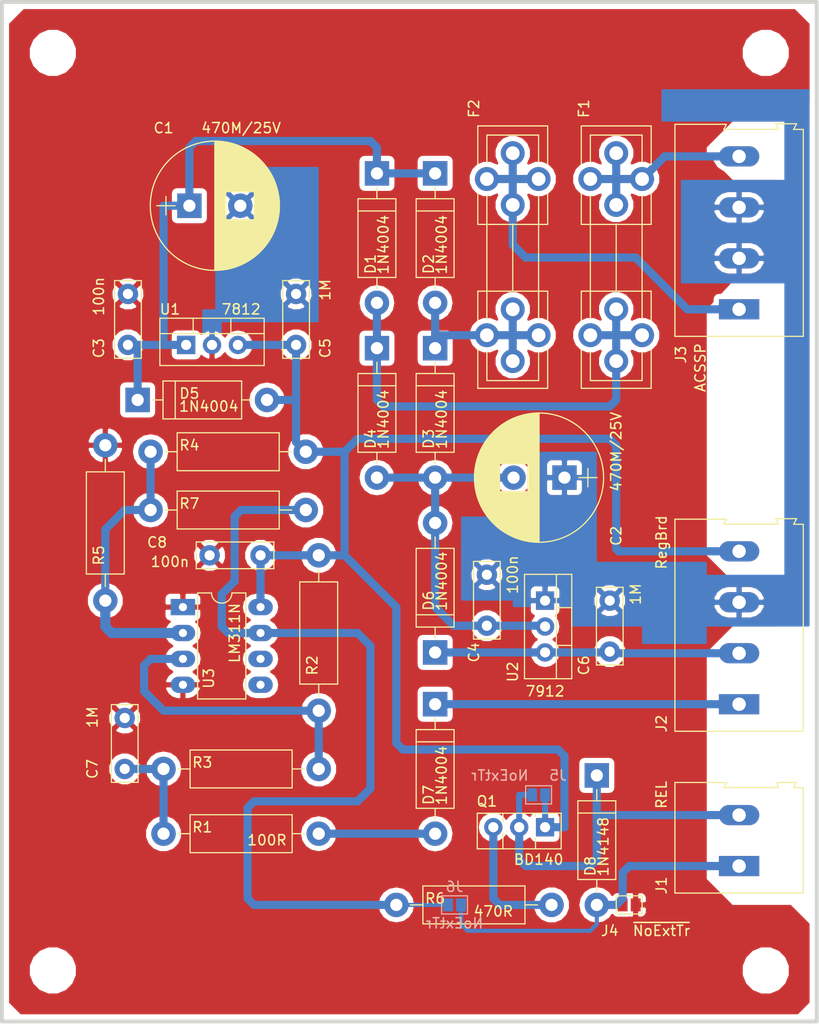
<source format=kicad_pcb>
(kicad_pcb (version 4) (host pcbnew 4.0.6)
  (title_block (title Předregulace/ALT) (date 2021-04-29) (rev r01) (company "NYBB RCC/!EXT!"))
  (layers (0 F.Cu signal) (31 B.Cu signal) (34 B.Paste user hide) (35 F.Paste user hide) (36 B.SilkS user) (37 F.SilkS user) (38 B.Mask user hide) (39 F.Mask user hide) (44 Edge.Cuts user))
  (net 0 "")
  (net 1 "Net-(C1-Pad1)")
  (net 2 ACS0)
  (net 3 S+12V)
  (net 4 S-12V)
  (net 5 "Net-(C7-Pad1)")
  (net 6 "Net-(D1-Pad2)")
  (net 7 "Net-(D2-Pad2)")
  (net 8 SENSE_V-)
  (net 9 "Net-(D7-Pad2)")
  (net 10 REL1)
  (net 11 REL2)
  (net 12 ACS1)
  (net 13 ACS2)
  (net 14 RELSW)
  (net 15 "Net-(Q1-Pad3)")
  (net 16 "Net-(R2-Pad2)")
  (net 17 "Net-(R4-Pad2)")
  (net 18 "Net-(C2-Pad2)")
  (module Capacitors_THT:CP_Radial_D12.5mm_P5.00mm (layer F.Cu) (at 83.82 103.505)
    (fp_text reference C1 (at -2.54 -7.62) (layer F.SilkS))
    (fp_text value 470M/25V (at 5.08 -7.62) (layer F.SilkS))
    (pad 1 thru_hole rect (at 0 0) (size 2.4 2.4) (drill 1.2) (layers *.Cu *.Mask) (net 1 "Net-(C1-Pad1)"))
    (pad 2 thru_hole circle (at 5 0) (size 2.4 2.4) (drill 1.2) (layers *.Cu *.Mask) (net 2 ACS0))
  )
  (module Capacitors_THT:CP_Radial_D12.5mm_P5.00mm (layer F.Cu) (at 120.65 130.175 180)
    (fp_text reference C2 (at -5.08 -5.715 270) (layer F.SilkS))
    (fp_text value 470M/25V (at -5.08 2.54 270) (layer F.SilkS))
    (pad 1 thru_hole rect (at 0 0 180) (size 2.4 2.4) (drill 1.2) (layers *.Cu *.Mask) (net 2 ACS0))
    (pad 2 thru_hole circle (at 5 0 180) (size 2.4 2.4) (drill 1.2) (layers *.Cu *.Mask) (net 18 "Net-(C2-Pad2)"))
  )
  (module Capacitors_THT:C_Disc_D7.5mm_W2.5mm_P5.00mm (layer F.Cu) (at 77.7875 117.1575 90)
    (fp_text reference C3 (at -0.3175 -2.8575 90) (layer F.SilkS))
    (fp_text value 100n (at 4.7625 -2.8575 90) (layer F.SilkS))
    (pad 1 thru_hole circle (at 0 0 90) (size 2 2) (drill 1) (layers *.Cu *.Mask) (net 1 "Net-(C1-Pad1)"))
    (pad 2 thru_hole circle (at 5 0 90) (size 2 2) (drill 1) (layers *.Cu *.Mask) (net 2 ACS0))
  )
  (module Capacitors_THT:C_Disc_D7.5mm_W2.5mm_P5.00mm (layer F.Cu) (at 113.03 139.7 270)
    (fp_text reference C4 (at 7.62 1.27 270) (layer F.SilkS))
    (fp_text value 100n (at 0 -2.54 270) (layer F.SilkS))
    (pad 1 thru_hole circle (at 0 0 270) (size 2 2) (drill 1) (layers *.Cu *.Mask) (net 2 ACS0))
    (pad 2 thru_hole circle (at 5 0 270) (size 2 2) (drill 1) (layers *.Cu *.Mask) (net 18 "Net-(C2-Pad2)"))
  )
  (module Capacitors_THT:C_Disc_D7.5mm_W2.5mm_P5.00mm (layer F.Cu) (at 94.2975 117.1575 90)
    (fp_text reference C5 (at -0.3175 2.8575 90) (layer F.SilkS))
    (fp_text value 1M (at 5.3975 2.8575 90) (layer F.SilkS))
    (pad 1 thru_hole circle (at 0 0 90) (size 2 2) (drill 1) (layers *.Cu *.Mask) (net 3 S+12V))
    (pad 2 thru_hole circle (at 5 0 90) (size 2 2) (drill 1) (layers *.Cu *.Mask) (net 2 ACS0))
  )
  (module Capacitors_THT:C_Disc_D7.5mm_W2.5mm_P5.00mm (layer F.Cu) (at 125.095 142.24 270)
    (fp_text reference C6 (at 6.35 2.54 270) (layer F.SilkS))
    (fp_text value 1M (at -0.635 -2.54 270) (layer F.SilkS))
    (pad 1 thru_hole circle (at 0 0 270) (size 2 2) (drill 1) (layers *.Cu *.Mask) (net 2 ACS0))
    (pad 2 thru_hole circle (at 5 0 270) (size 2 2) (drill 1) (layers *.Cu *.Mask) (net 4 S-12V))
  )
  (module Capacitors_THT:C_Disc_D7.5mm_W2.5mm_P5.00mm (layer F.Cu) (at 77.47 158.75 90)
    (fp_text reference C7 (at 0 -3.175 90) (layer F.SilkS))
    (fp_text value 1M (at 5.08 -3.175 90) (layer F.SilkS))
    (pad 1 thru_hole circle (at 0 0 90) (size 2 2) (drill 1) (layers *.Cu *.Mask) (net 5 "Net-(C7-Pad1)"))
    (pad 2 thru_hole circle (at 5 0 90) (size 2 2) (drill 1) (layers *.Cu *.Mask) (net 2 ACS0))
  )
  (module Capacitors_THT:C_Disc_D7.5mm_W2.5mm_P5.00mm (layer F.Cu) (at 90.805 137.795 180)
    (fp_text reference C8 (at 10.16 1.27 180) (layer F.SilkS))
    (fp_text value 100n (at 8.89 -0.635 180) (layer F.SilkS))
    (pad 1 thru_hole circle (at 0 0 180) (size 2 2) (drill 1) (layers *.Cu *.Mask) (net 3 S+12V))
    (pad 2 thru_hole circle (at 5 0 180) (size 2 2) (drill 1) (layers *.Cu *.Mask) (net 2 ACS0))
  )
  (module Diodes_THT:D_DO-15_P12.70mm_Horizontal (layer F.Cu) (at 102.235 100.33 270)
    (fp_text reference D1 (at 8.89 0.635 270) (layer F.SilkS))
    (fp_text value 1N4004 (at 6.985 -0.635 270) (layer F.SilkS))
    (pad 1 thru_hole rect (at 0 0 270) (size 2.4 2.4) (drill 1.2) (layers *.Cu *.Mask) (net 1 "Net-(C1-Pad1)"))
    (pad 2 thru_hole oval (at 12.7 0 270) (size 2.4 2.4) (drill 1.2) (layers *.Cu *.Mask) (net 6 "Net-(D1-Pad2)"))
  )
  (module Diodes_THT:D_DO-15_P12.70mm_Horizontal (layer F.Cu) (at 107.95 100.33 270)
    (fp_text reference D2 (at 8.89 0.635 270) (layer F.SilkS))
    (fp_text value 1N4004 (at 6.985 -0.635 270) (layer F.SilkS))
    (pad 1 thru_hole rect (at 0 0 270) (size 2.4 2.4) (drill 1.2) (layers *.Cu *.Mask) (net 1 "Net-(C1-Pad1)"))
    (pad 2 thru_hole oval (at 12.7 0 270) (size 2.4 2.4) (drill 1.2) (layers *.Cu *.Mask) (net 7 "Net-(D2-Pad2)"))
  )
  (module Diodes_THT:D_DO-15_P12.70mm_Horizontal (layer F.Cu) (at 107.95 117.475 270)
    (fp_text reference D3 (at 8.89 0.635 270) (layer F.SilkS))
    (fp_text value 1N4004 (at 6.985 -0.635 270) (layer F.SilkS))
    (pad 1 thru_hole rect (at 0 0 270) (size 2.4 2.4) (drill 1.2) (layers *.Cu *.Mask) (net 7 "Net-(D2-Pad2)"))
    (pad 2 thru_hole oval (at 12.7 0 270) (size 2.4 2.4) (drill 1.2) (layers *.Cu *.Mask) (net 18 "Net-(C2-Pad2)"))
  )
  (module Diodes_THT:D_DO-15_P12.70mm_Horizontal (layer F.Cu) (at 102.235 117.475 270)
    (fp_text reference D4 (at 8.89 0.635 270) (layer F.SilkS))
    (fp_text value 1N4004 (at 6.985 -0.635 270) (layer F.SilkS))
    (pad 1 thru_hole rect (at 0 0 270) (size 2.4 2.4) (drill 1.2) (layers *.Cu *.Mask) (net 6 "Net-(D1-Pad2)"))
    (pad 2 thru_hole oval (at 12.7 0 270) (size 2.4 2.4) (drill 1.2) (layers *.Cu *.Mask) (net 18 "Net-(C2-Pad2)"))
  )
  (module Diodes_THT:D_DO-15_P12.70mm_Horizontal (layer F.Cu) (at 78.74 122.555)
    (fp_text reference D5 (at 5.08 -0.635) (layer F.SilkS))
    (fp_text value 1N4004 (at 6.985 0.635) (layer F.SilkS))
    (pad 1 thru_hole rect (at 0 0) (size 2.4 2.4) (drill 1.2) (layers *.Cu *.Mask) (net 1 "Net-(C1-Pad1)"))
    (pad 2 thru_hole oval (at 12.7 0) (size 2.4 2.4) (drill 1.2) (layers *.Cu *.Mask) (net 3 S+12V))
  )
  (module Diodes_THT:D_DO-15_P12.70mm_Horizontal (layer F.Cu) (at 107.95 147.32 90)
    (fp_text reference D6 (at 5.08 -0.635 90) (layer F.SilkS))
    (fp_text value 1N4004 (at 6.985 0.635 90) (layer F.SilkS))
    (pad 1 thru_hole rect (at 0 0 90) (size 2.4 2.4) (drill 1.2) (layers *.Cu *.Mask) (net 4 S-12V))
    (pad 2 thru_hole oval (at 12.7 0 90) (size 2.4 2.4) (drill 1.2) (layers *.Cu *.Mask) (net 18 "Net-(C2-Pad2)"))
  )
  (module Diodes_THT:D_DO-15_P12.70mm_Horizontal (layer F.Cu) (at 107.95 152.4 270)
    (fp_text reference D7 (at 8.89 0.635 270) (layer F.SilkS))
    (fp_text value 1N4004 (at 6.985 -0.635 270) (layer F.SilkS))
    (pad 1 thru_hole rect (at 0 0 270) (size 2.4 2.4) (drill 1.2) (layers *.Cu *.Mask) (net 8 SENSE_V-))
    (pad 2 thru_hole oval (at 12.7 0 270) (size 2.4 2.4) (drill 1.2) (layers *.Cu *.Mask) (net 9 "Net-(D7-Pad2)"))
  )
  (module Diodes_THT:D_DO-15_P12.70mm_Horizontal (layer F.Cu) (at 123.825 159.385 270)
    (fp_text reference D8 (at 8.89 0.635 270) (layer F.SilkS))
    (fp_text value 1N4148 (at 6.985 -0.635 270) (layer F.SilkS))
    (pad 1 thru_hole rect (at 0 0 270) (size 2.4 2.4) (drill 1.2) (layers *.Cu *.Mask) (net 10 REL1))
    (pad 2 thru_hole oval (at 12.7 0 270) (size 2.4 2.4) (drill 1.2) (layers *.Cu *.Mask) (net 11 REL2))
  )
  (module Fuse_Holders_and_Fuses:Fuseholder5x20_horiz_open_universal_Type-III (layer F.Cu) (at 125.73 118.745 90)
    (fp_text reference F1 (at 24.765 -3.175 90) (layer F.SilkS))
    (fp_text value Fuse hide)
    (pad 2 thru_hole circle (at 15.32 0 90) (size 2.35 2.35) (drill 1.35) (layers *.Cu *.Mask) (net 12 ACS1))
    (pad 2 thru_hole circle (at 20.4 0 90) (size 2.35 2.35) (drill 1.35) (layers *.Cu *.Mask) (net 12 ACS1))
    (pad 1 thru_hole circle (at 5.08 0 90) (size 2.35 2.35) (drill 1.35) (layers *.Cu *.Mask) (net 6 "Net-(D1-Pad2)"))
    (pad 1 thru_hole circle (at 0 0 90) (size 2.35 2.35) (drill 1.35) (layers *.Cu *.Mask) (net 6 "Net-(D1-Pad2)"))
    (pad 2 thru_hole circle (at 17.86 -2.54 90) (size 2.35 2.35) (drill 1.35) (layers *.Cu *.Mask) (net 12 ACS1))
    (pad 2 thru_hole circle (at 17.86 2.54 90) (size 2.35 2.35) (drill 1.35) (layers *.Cu *.Mask) (net 12 ACS1))
    (pad 1 thru_hole circle (at 2.54 -2.54 90) (size 2.35 2.35) (drill 1.35) (layers *.Cu *.Mask) (net 6 "Net-(D1-Pad2)"))
    (pad 1 thru_hole circle (at 2.54 2.54 90) (size 2.35 2.35) (drill 1.35) (layers *.Cu *.Mask) (net 6 "Net-(D1-Pad2)"))
  )
  (module Fuse_Holders_and_Fuses:Fuseholder5x20_horiz_open_universal_Type-III (layer F.Cu) (at 115.57 118.745 90)
    (fp_text reference F2 (at 24.765 -3.81 90) (layer F.SilkS))
    (fp_text value Fuse hide)
    (pad 2 thru_hole circle (at 15.32 0 90) (size 2.35 2.35) (drill 1.35) (layers *.Cu *.Mask) (net 13 ACS2))
    (pad 2 thru_hole circle (at 20.4 0 90) (size 2.35 2.35) (drill 1.35) (layers *.Cu *.Mask) (net 13 ACS2))
    (pad 1 thru_hole circle (at 5.08 0 90) (size 2.35 2.35) (drill 1.35) (layers *.Cu *.Mask) (net 7 "Net-(D2-Pad2)"))
    (pad 1 thru_hole circle (at 0 0 90) (size 2.35 2.35) (drill 1.35) (layers *.Cu *.Mask) (net 7 "Net-(D2-Pad2)"))
    (pad 2 thru_hole circle (at 17.86 -2.54 90) (size 2.35 2.35) (drill 1.35) (layers *.Cu *.Mask) (net 13 ACS2))
    (pad 2 thru_hole circle (at 17.86 2.54 90) (size 2.35 2.35) (drill 1.35) (layers *.Cu *.Mask) (net 13 ACS2))
    (pad 1 thru_hole circle (at 2.54 -2.54 90) (size 2.35 2.35) (drill 1.35) (layers *.Cu *.Mask) (net 7 "Net-(D2-Pad2)"))
    (pad 1 thru_hole circle (at 2.54 2.54 90) (size 2.35 2.35) (drill 1.35) (layers *.Cu *.Mask) (net 7 "Net-(D2-Pad2)"))
  )
  (module Connectors:AK300-2 (layer F.Cu) (at 137.795 168.275 90)
    (fp_text reference J1 (at -1.905 -7.62 90) (layer F.SilkS))
    (fp_text value REL (at 6.985 -7.62 90) (layer F.SilkS))
    (pad 1 thru_hole rect (at 0 0 90) (size 1.98 3.96) (drill 1.32) (layers *.Cu F.Paste F.Mask) (net 11 REL2))
    (pad 2 thru_hole oval (at 5 0 90) (size 1.98 3.96) (drill 1.32) (layers *.Cu F.Paste F.Mask) (net 10 REL1))
  )
  (module Connectors:AK300-4 (layer F.Cu) (at 137.795 152.4 90)
    (fp_text reference J2 (at -1.905 -7.62 90) (layer F.SilkS))
    (fp_text value RegBrd (at 15.875 -7.62 90) (layer F.SilkS))
    (pad 1 thru_hole rect (at 0 0 90) (size 1.98 3.96) (drill 1.32) (layers *.Cu F.Paste F.Mask) (net 8 SENSE_V-))
    (pad 2 thru_hole oval (at 5 0 90) (size 1.98 3.96) (drill 1.32) (layers *.Cu F.Paste F.Mask) (net 4 S-12V))
    (pad 4 thru_hole oval (at 15 0 90) (size 1.98 3.96) (drill 1.32) (layers *.Cu F.Paste F.Mask) (net 3 S+12V))
    (pad 3 thru_hole oval (at 10 0 90) (size 1.98 3.96) (drill 1.32) (layers *.Cu *.Mask) (net 2 ACS0))
  )
  (module Connectors:AK300-4 (layer F.Cu) (at 137.795 113.665 90)
    (fp_text reference J3 (at -4.445 -5.715 90) (layer F.SilkS))
    (fp_text value ACSSP (at -5.715 -3.81 90) (layer F.SilkS))
    (pad 1 thru_hole rect (at 0 0 90) (size 1.98 3.96) (drill 1.32) (layers *.Cu F.Paste F.Mask) (net 13 ACS2))
    (pad 2 thru_hole oval (at 5 0 90) (size 1.98 3.96) (drill 1.32) (layers *.Cu F.Paste F.Mask) (net 2 ACS0))
    (pad 4 thru_hole oval (at 15 0 90) (size 1.98 3.96) (drill 1.32) (layers *.Cu F.Paste F.Mask) (net 12 ACS1))
    (pad 3 thru_hole oval (at 10 0 90) (size 1.98 3.96) (drill 1.32) (layers *.Cu *.Mask) (net 2 ACS0))
  )
  (module Connectors:GS2 (layer B.Cu) (at 118.11 161.29 90)
    (fp_text reference J5 (at 1.905 1.905 360) (layer B.SilkS) (effects (justify mirror)))
    (fp_text value NoExtTr (at 1.905 -3.81 180) (layer B.SilkS) (effects (justify mirror)))
    (pad 1 smd rect (at 0 0.64 90) (size 1.27 0.97) (layers B.Cu B.Paste B.Mask) (net 3 S+12V))
    (pad 2 smd rect (at 0 -0.64 90) (size 1.27 0.97) (layers B.Cu B.Paste B.Mask) (net 10 REL1))
  )
  (module TO_SOT_Packages_THT:TO-126_Vertical (layer F.Cu) (at 118.745 164.465 180)
    (fp_text reference Q1 (at 5.715 2.54 180) (layer F.SilkS))
    (fp_text value BD140 (at 0.635 -3.175 180) (layer F.SilkS))
    (pad 1 thru_hole rect (at 0 0 180) (size 1.8 1.8) (drill 1) (layers *.Cu *.Mask) (net 3 S+12V))
    (pad 2 thru_hole oval (at 2.54 0 180) (size 1.8 1.8) (drill 1) (layers *.Cu *.Mask) (net 10 REL1))
    (pad 3 thru_hole oval (at 5.08 0 180) (size 1.8 1.8) (drill 1) (layers *.Cu *.Mask) (net 15 "Net-(Q1-Pad3)"))
  )
  (module Resistors_THT:R_Axial_DIN0411_L9.9mm_D3.6mm_P15.24mm_Horizontal (layer F.Cu) (at 81.28 165.1)
    (fp_text reference R1 (at 3.81 -0.635) (layer F.SilkS))
    (fp_text value 100R (at 10.16 0.635) (layer F.SilkS))
    (pad 1 thru_hole circle (at 0 0) (size 2.4 2.4) (drill 1.2) (layers *.Cu *.Mask) (net 5 "Net-(C7-Pad1)"))
    (pad 2 thru_hole oval (at 15.24 0) (size 2.4 2.4) (drill 1.2) (layers *.Cu *.Mask) (net 9 "Net-(D7-Pad2)"))
  )
  (module Resistors_THT:R_Axial_DIN0411_L9.9mm_D3.6mm_P15.24mm_Horizontal (layer F.Cu) (at 96.52 137.795 270)
    (fp_text reference R2 (at 10.795 0.635 270) (layer F.SilkS))
    (fp_text value R hide)
    (pad 1 thru_hole circle (at 0 0 270) (size 2.4 2.4) (drill 1.2) (layers *.Cu *.Mask) (net 3 S+12V))
    (pad 2 thru_hole oval (at 15.24 0 270) (size 2.4 2.4) (drill 1.2) (layers *.Cu *.Mask) (net 16 "Net-(R2-Pad2)"))
  )
  (module Resistors_THT:R_Axial_DIN0411_L9.9mm_D3.6mm_P15.24mm_Horizontal (layer F.Cu) (at 96.52 158.75 180)
    (fp_text reference R3 (at 11.43 0.635 180) (layer F.SilkS))
    (fp_text value R hide)
    (pad 1 thru_hole circle (at 0 0 180) (size 2.4 2.4) (drill 1.2) (layers *.Cu *.Mask) (net 16 "Net-(R2-Pad2)"))
    (pad 2 thru_hole oval (at 15.24 0 180) (size 2.4 2.4) (drill 1.2) (layers *.Cu *.Mask) (net 5 "Net-(C7-Pad1)"))
  )
  (module Resistors_THT:R_Axial_DIN0411_L9.9mm_D3.6mm_P15.24mm_Horizontal (layer F.Cu) (at 95.25 127.635 180)
    (fp_text reference R4 (at 11.43 0.635 180) (layer F.SilkS))
    (fp_text value R hide)
    (pad 1 thru_hole circle (at 0 0 180) (size 2.4 2.4) (drill 1.2) (layers *.Cu *.Mask) (net 3 S+12V))
    (pad 2 thru_hole oval (at 15.24 0 180) (size 2.4 2.4) (drill 1.2) (layers *.Cu *.Mask) (net 17 "Net-(R4-Pad2)"))
  )
  (module Resistors_THT:R_Axial_DIN0411_L9.9mm_D3.6mm_P15.24mm_Horizontal (layer F.Cu) (at 75.565 142.24 90)
    (fp_text reference R5 (at 4.445 -0.635 90) (layer F.SilkS))
    (fp_text value R hide)
    (pad 1 thru_hole circle (at 0 0 90) (size 2.4 2.4) (drill 1.2) (layers *.Cu *.Mask) (net 17 "Net-(R4-Pad2)"))
    (pad 2 thru_hole oval (at 15.24 0 90) (size 2.4 2.4) (drill 1.2) (layers *.Cu *.Mask) (net 2 ACS0))
  )
  (module Resistors_THT:R_Axial_DIN0411_L9.9mm_D3.6mm_P15.24mm_Horizontal (layer F.Cu) (at 119.38 172.085 180)
    (fp_text reference R6 (at 11.43 0.635 180) (layer F.SilkS))
    (fp_text value 470R (at 5.715 -0.635 180) (layer F.SilkS))
    (pad 1 thru_hole circle (at 0 0 180) (size 2.4 2.4) (drill 1.2) (layers *.Cu *.Mask) (net 15 "Net-(Q1-Pad3)"))
    (pad 2 thru_hole oval (at 15.24 0 180) (size 2.4 2.4) (drill 1.2) (layers *.Cu *.Mask) (net 14 RELSW))
  )
  (module Resistors_THT:R_Axial_DIN0411_L9.9mm_D3.6mm_P15.24mm_Horizontal (layer F.Cu) (at 95.25 133.35 180)
    (fp_text reference R7 (at 11.43 0.635 180) (layer F.SilkS))
    (fp_text value R hide)
    (pad 1 thru_hole circle (at 0 0 180) (size 2.4 2.4) (drill 1.2) (layers *.Cu *.Mask) (net 14 RELSW))
    (pad 2 thru_hole oval (at 15.24 0 180) (size 2.4 2.4) (drill 1.2) (layers *.Cu *.Mask) (net 17 "Net-(R4-Pad2)"))
  )
  (module TO_SOT_Packages_THT:TO-220_Vertical (layer F.Cu) (at 83.5025 117.1575)
    (fp_text reference U1 (at -1.5875 -3.4925) (layer F.SilkS))
    (fp_text value 7812 (at 5.3975 -3.4925) (layer F.SilkS))
    (pad 1 thru_hole rect (at 0 0) (size 1.8 1.8) (drill 1) (layers *.Cu *.Mask) (net 1 "Net-(C1-Pad1)"))
    (pad 2 thru_hole oval (at 2.54 0) (size 1.8 1.8) (drill 1) (layers *.Cu *.Mask) (net 2 ACS0))
    (pad 3 thru_hole oval (at 5.08 0) (size 1.8 1.8) (drill 1) (layers *.Cu *.Mask) (net 3 S+12V))
  )
  (module TO_SOT_Packages_THT:TO-220_Vertical (layer F.Cu) (at 118.745 142.24 270)
    (fp_text reference U2 (at 6.985 3.175 270) (layer F.SilkS))
    (fp_text value 7912 (at 8.89 0 360) (layer F.SilkS))
    (pad 1 thru_hole rect (at 0 0 270) (size 1.8 1.8) (drill 1) (layers *.Cu *.Mask) (net 2 ACS0))
    (pad 2 thru_hole oval (at 2.54 0 270) (size 1.8 1.8) (drill 1) (layers *.Cu *.Mask) (net 18 "Net-(C2-Pad2)"))
    (pad 3 thru_hole oval (at 5.08 0 270) (size 1.8 1.8) (drill 1) (layers *.Cu *.Mask) (net 4 S-12V))
  )
  (module Housings_DIP:DIP-8_W7.62mm_LongPads (layer F.Cu) (at 83.185 142.875)
    (fp_text reference U3 (at 2.54 6.985 90) (layer F.SilkS))
    (fp_text value LM311N (at 5.08 2.54 90) (layer F.SilkS))
    (pad 1 thru_hole rect (at 0 0) (size 2.4 1.6) (drill 0.8) (layers *.Cu *.Mask) (net 2 ACS0))
    (pad 5 thru_hole oval (at 7.62 7.62) (size 2.4 1.6) (drill 0.8) (layers *.Cu *.Mask))
    (pad 2 thru_hole oval (at 0 2.54) (size 2.4 1.6) (drill 0.8) (layers *.Cu *.Mask) (net 17 "Net-(R4-Pad2)"))
    (pad 6 thru_hole oval (at 7.62 5.08) (size 2.4 1.6) (drill 0.8) (layers *.Cu *.Mask))
    (pad 3 thru_hole oval (at 0 5.08) (size 2.4 1.6) (drill 0.8) (layers *.Cu *.Mask) (net 16 "Net-(R2-Pad2)"))
    (pad 7 thru_hole oval (at 7.62 2.54) (size 2.4 1.6) (drill 0.8) (layers *.Cu *.Mask) (net 14 RELSW))
    (pad 4 thru_hole oval (at 0 7.62) (size 2.4 1.6) (drill 0.8) (layers *.Cu *.Mask) (net 2 ACS0))
    (pad 8 thru_hole oval (at 7.62 0) (size 2.4 1.6) (drill 0.8) (layers *.Cu *.Mask) (net 3 S+12V))
  )
  (module Connectors:GS2 (layer F.Cu) (at 127 172.085 90)
    (fp_text reference J4 (at -2.54 -1.905 180) (layer F.SilkS))
    (fp_text value ~NoExtTr (at -2.54 3.175 180) (layer F.SilkS))
    (pad 1 smd rect (at 0 -0.64 90) (size 1.27 0.97) (layers F.Cu F.Paste F.Mask) (net 11 REL2))
    (pad 2 smd rect (at 0 0.64 90) (size 1.27 0.97) (layers F.Cu F.Paste F.Mask) (net 2 ACS0))
  )
  (module Connectors:GS2 (layer B.Cu) (at 109.855 172.085 90)
    (fp_text reference J6 (at 1.78 0 360) (layer B.SilkS) (effects (justify mirror)))
    (fp_text value NoExtTr (at -1.8 0 180) (layer B.SilkS) (effects (justify mirror)))
    (pad 1 smd rect (at 0 0.64 90) (size 1.27 0.97) (layers B.Cu B.Paste B.Mask) (net 11 REL2))
    (pad 2 smd rect (at 0 -0.64 90) (size 1.27 0.97) (layers B.Cu B.Paste B.Mask) (net 14 RELSW))
  )
  (module EuroBoard_Outline:EuroBoard_halb_Type-I_100mmX80mm_holes (layer F.Cu) (at 145.415 183.515 90)
    (fp_text reference BRD1)
    (fp_text value "EuroBoard 100×80")
    (fp_line (start 0 0) (end 0 -79.99984) (layer Edge.Cuts) (width 0.381))
    (fp_line (start 0 -79.99984) (end 99.9998 -79.99984) (layer Edge.Cuts) (width 0.381))
    (fp_line (start 99.9998 -79.99984) (end 99.9998 0) (layer Edge.Cuts) (width 0.381))
    (fp_line (start 99.9998 0) (end 0 0) (layer Edge.Cuts) (width 0.381))
    (pad "" np_thru_hole circle (at 5.00126 -5.00126 90) (size 3.50012 3.50012) (drill 3.50012) (layers *.Cu *.Mask))
    (pad "" np_thru_hole circle (at 5.00126 -75.00112 90) (size 3.50012 3.50012) (drill 3.50012) (layers *.Cu *.Mask))
    (pad "" np_thru_hole circle (at 95.00108 -75.00112 90) (size 3.50012 3.50012) (drill 3.50012) (layers *.Cu *.Mask))
    (pad "" np_thru_hole circle (at 95.00108 -5.00126 90) (size 3.50012 3.50012) (drill 3.50012) (layers *.Cu *.Mask))
  )
  (segment (start 102.235 100.33) (end 102.235 97.79) (width 0.8) (layer B.Cu) (net 1))
  (segment (start 83.82 97.79) (end 83.82 103.505) (width 0.8) (layer B.Cu) (net 1))
  (segment (start 84.455 97.155) (end 83.82 97.79) (width 0.8) (layer B.Cu) (net 1))
  (segment (start 101.6 97.155) (end 84.455 97.155) (width 0.8) (layer B.Cu) (net 1))
  (segment (start 102.235 97.79) (end 101.6 97.155) (width 0.8) (layer B.Cu) (net 1))
  (segment (start 83.82 103.505) (end 81.28 103.505) (width 0.8) (layer B.Cu) (net 1))
  (segment (start 81.28 106.045) (end 81.28 117.1575) (width 0.8) (layer B.Cu) (net 1))
  (segment (start 81.28 103.505) (end 81.28 106.045) (width 0.8) (layer B.Cu) (net 1))
  (segment (start 107.95 100.33) (end 102.235 100.33) (width 0.8) (layer B.Cu) (net 1))
  (segment (start 83.82 103.505) (end 83.185 103.505) (width 0.8) (layer B.Cu) (net 1))
  (segment (start 78.74 122.555) (end 78.74 117.1575) (width 0.8) (layer B.Cu) (net 1))
  (segment (start 78.74 117.1575) (end 78.74 117.475) (width 0.8) (layer B.Cu) (net 1))
  (segment (start 78.74 117.475) (end 78.74 117.1575) (width 0.8) (layer B.Cu) (net 1))
  (segment (start 83.5025 117.1575) (end 81.28 117.1575) (width 0.8) (layer B.Cu) (net 1))
  (segment (start 81.28 117.1575) (end 78.74 117.1575) (width 0.8) (layer B.Cu) (net 1))
  (segment (start 78.74 117.1575) (end 77.7875 117.1575) (width 0.8) (layer B.Cu) (net 1))
  (segment (start 125.73 128.27) (end 125.73 127) (width 0.8) (layer B.Cu) (net 3))
  (segment (start 100.33 126.365) (end 99.06 127.635) (width 0.8) (layer B.Cu) (net 3))
  (segment (start 125.095 126.365) (end 100.33 126.365) (width 0.8) (layer B.Cu) (net 3))
  (segment (start 125.73 127) (end 125.095 126.365) (width 0.8) (layer B.Cu) (net 3))
  (segment (start 104.14 156.21) (end 104.775 156.845) (width 0.8) (layer B.Cu) (net 3))
  (segment (start 120.65 157.48) (end 120.65 160.02) (width 0.8) (layer B.Cu) (net 3))
  (segment (start 120.015 156.845) (end 120.65 157.48) (width 0.8) (layer B.Cu) (net 3))
  (segment (start 104.775 156.845) (end 120.015 156.845) (width 0.8) (layer B.Cu) (net 3))
  (segment (start 104.14 144.145) (end 104.14 142.875) (width 0.8) (layer B.Cu) (net 3))
  (segment (start 104.14 142.875) (end 99.06 137.795) (width 0.8) (layer B.Cu) (net 3))
  (segment (start 104.14 149.225) (end 104.14 144.145) (width 0.8) (layer B.Cu) (net 3))
  (segment (start 118.745 164.465) (end 120.65 164.465) (width 0.8) (layer B.Cu) (net 3))
  (segment (start 120.65 164.465) (end 120.65 160.02) (width 0.8) (layer B.Cu) (net 3))
  (segment (start 104.14 156.21) (end 104.14 153.035) (width 0.8) (layer B.Cu) (net 3))
  (segment (start 104.14 153.035) (end 104.14 149.225) (width 0.8) (layer B.Cu) (net 3))
  (segment (start 125.73 128.27) (end 125.73 128.905) (width 0.8) (layer B.Cu) (net 3))
  (segment (start 137.795 137.4) (end 125.97 137.4) (width 0.8) (layer B.Cu) (net 3))
  (segment (start 125.73 137.16) (end 125.73 128.905) (width 0.8) (layer B.Cu) (net 3))
  (segment (start 125.97 137.4) (end 125.73 137.16) (width 0.8) (layer B.Cu) (net 3))
  (segment (start 88.5825 117.1575) (end 94.2975 117.1575) (width 0.8) (layer B.Cu) (net 3))
  (segment (start 91.44 122.555) (end 94.2975 122.555) (width 0.8) (layer B.Cu) (net 3))
  (segment (start 94.2975 122.555) (end 93.98 122.555) (width 0.8) (layer B.Cu) (net 3))
  (segment (start 93.98 122.555) (end 94.2975 122.555) (width 0.8) (layer B.Cu) (net 3))
  (segment (start 94.2975 117.1575) (end 94.2975 121.92) (width 0.8) (layer B.Cu) (net 3))
  (segment (start 94.2975 121.92) (end 94.2975 122.555) (width 0.8) (layer B.Cu) (net 3))
  (segment (start 94.2975 122.555) (end 94.2975 126.6825) (width 0.8) (layer B.Cu) (net 3))
  (segment (start 94.2975 126.6825) (end 95.25 127.635) (width 0.8) (layer B.Cu) (net 3))
  (segment (start 99.06 128.905) (end 99.06 127.635) (width 0.8) (layer B.Cu) (net 3))
  (segment (start 99.06 127.635) (end 98.425 127.635) (width 0.8) (layer B.Cu) (net 3))
  (segment (start 98.425 137.795) (end 99.06 137.795) (width 0.8) (layer B.Cu) (net 3))
  (segment (start 99.06 137.795) (end 99.06 137.16) (width 0.8) (layer B.Cu) (net 3))
  (segment (start 118.75 161.29) (end 118.75 164.46) (width 0.6) (layer B.Cu) (net 3))
  (segment (start 118.75 164.46) (end 118.745 164.465) (width 0.6) (layer B.Cu) (net 3))
  (segment (start 97.155 137.795) (end 98.425 137.795) (width 0.8) (layer B.Cu) (net 3))
  (segment (start 98.425 127.635) (end 95.25 127.635) (width 0.8) (layer B.Cu) (net 3))
  (segment (start 99.06 137.16) (end 99.06 128.905) (width 0.8) (layer B.Cu) (net 3))
  (segment (start 90.805 137.795) (end 96.52 137.795) (width 0.8) (layer B.Cu) (net 3))
  (segment (start 96.52 137.795) (end 97.155 137.795) (width 0.8) (layer B.Cu) (net 3))
  (segment (start 90.805 142.875) (end 90.805 137.795) (width 0.8) (layer B.Cu) (net 3))
  (segment (start 137.795 147.4) (end 134.7 147.4) (width 0.8) (layer B.Cu) (net 4))
  (segment (start 118.745 147.32) (end 107.95 147.32) (width 0.8) (layer B.Cu) (net 4))
  (segment (start 118.745 147.32) (end 125.015 147.32) (width 0.8) (layer B.Cu) (net 4))
  (segment (start 125.015 147.32) (end 125.095 147.24) (width 0.8) (layer B.Cu) (net 4))
  (segment (start 135.255 147.4) (end 134.7 147.4) (width 0.8) (layer B.Cu) (net 4))
  (segment (start 134.7 147.4) (end 125.255 147.4) (width 0.8) (layer B.Cu) (net 4))
  (segment (start 125.255 147.4) (end 125.095 147.24) (width 0.8) (layer B.Cu) (net 4))
  (segment (start 77.47 158.75) (end 81.28 158.75) (width 0.8) (layer B.Cu) (net 5))
  (segment (start 81.28 158.75) (end 81.28 165.1) (width 0.8) (layer B.Cu) (net 5))
  (segment (start 125.73 122.555) (end 125.095 123.19) (width 0.8) (layer B.Cu) (net 6))
  (segment (start 102.87 123.19) (end 102.235 122.555) (width 0.8) (layer B.Cu) (net 6))
  (segment (start 125.095 123.19) (end 102.87 123.19) (width 0.8) (layer B.Cu) (net 6))
  (segment (start 123.19 116.205) (end 125.73 116.205) (width 0.8) (layer B.Cu) (net 6))
  (segment (start 128.27 116.205) (end 125.73 116.205) (width 0.8) (layer B.Cu) (net 6))
  (segment (start 125.73 113.665) (end 125.73 116.205) (width 0.8) (layer B.Cu) (net 6))
  (segment (start 125.73 116.205) (end 125.73 118.745) (width 0.8) (layer B.Cu) (net 6))
  (segment (start 102.235 117.475) (end 102.235 122.555) (width 0.8) (layer B.Cu) (net 6))
  (segment (start 125.73 122.555) (end 125.73 118.745) (width 0.8) (layer B.Cu) (net 6))
  (segment (start 102.235 113.03) (end 102.235 117.475) (width 0.8) (layer B.Cu) (net 6))
  (segment (start 115.57 118.745) (end 115.57 116.205) (width 0.8) (layer B.Cu) (net 7))
  (segment (start 115.57 113.665) (end 115.57 116.205) (width 0.8) (layer B.Cu) (net 7))
  (segment (start 118.11 116.205) (end 115.57 116.205) (width 0.8) (layer B.Cu) (net 7))
  (segment (start 115.57 116.205) (end 113.03 116.205) (width 0.8) (layer B.Cu) (net 7))
  (segment (start 113.03 116.205) (end 107.95 116.205) (width 0.8) (layer B.Cu) (net 7))
  (segment (start 107.95 116.205) (end 107.95 115.57) (width 0.8) (layer B.Cu) (net 7))
  (segment (start 107.95 113.03) (end 107.95 115.57) (width 0.8) (layer B.Cu) (net 7))
  (segment (start 107.95 115.57) (end 107.95 117.475) (width 0.8) (layer B.Cu) (net 7))
  (segment (start 137.795 152.4) (end 107.95 152.4) (width 0.8) (layer B.Cu) (net 8))
  (segment (start 107.95 165.1) (end 96.52 165.1) (width 0.8) (layer B.Cu) (net 9))
  (segment (start 123.825 167.64) (end 123.19 168.275) (width 0.8) (layer B.Cu) (net 10))
  (segment (start 116.205 167.64) (end 116.84 168.275) (width 0.8) (layer B.Cu) (net 10))
  (segment (start 116.84 168.275) (end 123.19 168.275) (width 0.8) (layer B.Cu) (net 10))
  (segment (start 116.205 164.465) (end 116.205 167.64) (width 0.8) (layer B.Cu) (net 10))
  (segment (start 137.795 163.275) (end 135.255 163.275) (width 0.8) (layer B.Cu) (net 10))
  (segment (start 123.825 163.275) (end 123.825 163.83) (width 0.8) (layer B.Cu) (net 10))
  (segment (start 135.255 163.275) (end 123.825 163.275) (width 0.8) (layer B.Cu) (net 10))
  (segment (start 117.47 161.29) (end 116.205 161.29) (width 0.6) (layer B.Cu) (net 10))
  (segment (start 116.205 161.29) (end 116.205 164.465) (width 0.6) (layer B.Cu) (net 10))
  (segment (start 123.825 167.64) (end 123.825 163.83) (width 0.8) (layer B.Cu) (net 10))
  (segment (start 123.825 163.83) (end 123.825 159.385) (width 0.8) (layer B.Cu) (net 10))
  (segment (start 110.495 172.085) (end 110.495 173.995) (width 0.4) (layer B.Cu) (net 11))
  (segment (start 123.825 173.99) (end 123.825 172.085) (width 0.4) (layer B.Cu) (net 11))
  (segment (start 123.19 174.625) (end 123.825 173.99) (width 0.4) (layer B.Cu) (net 11))
  (segment (start 111.125 174.625) (end 123.19 174.625) (width 0.4) (layer B.Cu) (net 11))
  (segment (start 110.495 173.995) (end 111.125 174.625) (width 0.4) (layer B.Cu) (net 11))
  (segment (start 126.365 171.45) (end 125.73 172.085) (width 0.8) (layer B.Cu) (net 11))
  (segment (start 126.365 168.91) (end 127 168.275) (width 0.8) (layer B.Cu) (net 11))
  (segment (start 126.36 172.085) (end 123.825 172.085) (width 0.6) (layer F.Cu) (net 11))
  (segment (start 137.795 168.275) (end 134.62 168.275) (width 0.8) (layer B.Cu) (net 11))
  (segment (start 135.255 168.275) (end 134.62 168.275) (width 0.8) (layer B.Cu) (net 11))
  (segment (start 134.62 168.275) (end 127 168.275) (width 0.8) (layer B.Cu) (net 11))
  (segment (start 125.73 172.085) (end 123.825 172.085) (width 0.8) (layer B.Cu) (net 11))
  (segment (start 126.365 168.91) (end 126.365 171.45) (width 0.8) (layer B.Cu) (net 11))
  (segment (start 125.73 98.345) (end 125.73 100.885) (width 0.8) (layer B.Cu) (net 12))
  (segment (start 125.73 103.425) (end 125.73 100.885) (width 0.8) (layer B.Cu) (net 12))
  (segment (start 125.73 100.885) (end 125.73 100.965) (width 0.8) (layer B.Cu) (net 12))
  (segment (start 125.73 100.965) (end 125.73 100.885) (width 0.8) (layer B.Cu) (net 12))
  (segment (start 128.27 100.885) (end 125.73 100.885) (width 0.8) (layer B.Cu) (net 12))
  (segment (start 125.73 100.885) (end 123.19 100.885) (width 0.8) (layer B.Cu) (net 12))
  (segment (start 137.795 98.665) (end 130.49 98.665) (width 0.8) (layer B.Cu) (net 12))
  (segment (start 130.49 98.665) (end 128.27 100.885) (width 0.8) (layer B.Cu) (net 12))
  (segment (start 133.35 113.665) (end 132.715 113.665) (width 0.8) (layer B.Cu) (net 13))
  (segment (start 132.715 113.665) (end 127.635 108.585) (width 0.8) (layer B.Cu) (net 13))
  (segment (start 133.985 113.665) (end 133.35 113.665) (width 0.8) (layer B.Cu) (net 13))
  (segment (start 115.57 103.425) (end 115.57 100.885) (width 0.8) (layer B.Cu) (net 13))
  (segment (start 115.57 98.345) (end 115.57 100.885) (width 0.8) (layer B.Cu) (net 13))
  (segment (start 115.57 100.885) (end 115.57 100.965) (width 0.8) (layer B.Cu) (net 13))
  (segment (start 115.57 100.965) (end 115.57 100.885) (width 0.8) (layer B.Cu) (net 13))
  (segment (start 113.03 100.885) (end 115.57 100.885) (width 0.8) (layer B.Cu) (net 13))
  (segment (start 115.57 100.885) (end 118.11 100.885) (width 0.8) (layer B.Cu) (net 13))
  (segment (start 137.795 113.665) (end 133.985 113.665) (width 0.8) (layer B.Cu) (net 13))
  (segment (start 115.57 107.315) (end 115.57 103.425) (width 0.8) (layer B.Cu) (net 13))
  (segment (start 116.84 108.585) (end 115.57 107.315) (width 0.8) (layer B.Cu) (net 13))
  (segment (start 127.635 108.585) (end 116.84 108.585) (width 0.8) (layer B.Cu) (net 13))
  (segment (start 109.215 172.085) (end 104.14 172.085) (width 0.4) (layer B.Cu) (net 14))
  (segment (start 89.535 170.815) (end 89.535 171.45) (width 0.8) (layer B.Cu) (net 14))
  (segment (start 90.17 172.085) (end 104.14 172.085) (width 0.8) (layer B.Cu) (net 14))
  (segment (start 89.535 171.45) (end 90.17 172.085) (width 0.8) (layer B.Cu) (net 14))
  (segment (start 90.805 145.415) (end 100.33 145.415) (width 0.8) (layer B.Cu) (net 14))
  (segment (start 89.535 162.56) (end 89.535 170.815) (width 0.8) (layer B.Cu) (net 14))
  (segment (start 90.17 161.925) (end 89.535 162.56) (width 0.8) (layer B.Cu) (net 14))
  (segment (start 100.33 161.925) (end 90.17 161.925) (width 0.8) (layer B.Cu) (net 14))
  (segment (start 101.6 160.655) (end 100.33 161.925) (width 0.8) (layer B.Cu) (net 14))
  (segment (start 101.6 146.685) (end 101.6 160.655) (width 0.8) (layer B.Cu) (net 14))
  (segment (start 100.33 145.415) (end 101.6 146.685) (width 0.8) (layer B.Cu) (net 14))
  (segment (start 89.535 145.415) (end 87.63 145.415) (width 0.8) (layer B.Cu) (net 14))
  (segment (start 86.995 141.605) (end 88.265 140.335) (width 0.8) (layer B.Cu) (net 14))
  (segment (start 86.995 144.78) (end 86.995 141.605) (width 0.8) (layer B.Cu) (net 14))
  (segment (start 87.63 145.415) (end 86.995 144.78) (width 0.8) (layer B.Cu) (net 14))
  (segment (start 89.535 133.35) (end 88.9 133.35) (width 0.8) (layer B.Cu) (net 14))
  (segment (start 88.265 133.985) (end 88.265 140.335) (width 0.8) (layer B.Cu) (net 14))
  (segment (start 88.9 133.35) (end 88.265 133.985) (width 0.8) (layer B.Cu) (net 14))
  (segment (start 90.805 133.35) (end 89.535 133.35) (width 0.8) (layer B.Cu) (net 14))
  (segment (start 95.25 133.35) (end 90.805 133.35) (width 0.8) (layer B.Cu) (net 14))
  (segment (start 89.535 145.415) (end 90.805 145.415) (width 0.8) (layer B.Cu) (net 14))
  (segment (start 113.665 170.815) (end 113.665 171.45) (width 0.8) (layer B.Cu) (net 15))
  (segment (start 114.3 172.085) (end 119.38 172.085) (width 0.8) (layer B.Cu) (net 15))
  (segment (start 113.665 171.45) (end 114.3 172.085) (width 0.8) (layer B.Cu) (net 15))
  (segment (start 113.665 170.815) (end 113.665 164.465) (width 0.8) (layer B.Cu) (net 15))
  (segment (start 88.265 153.035) (end 81.28 153.035) (width 0.8) (layer B.Cu) (net 16))
  (segment (start 80.01 147.955) (end 83.185 147.955) (width 0.8) (layer B.Cu) (net 16))
  (segment (start 79.375 148.59) (end 80.01 147.955) (width 0.8) (layer B.Cu) (net 16))
  (segment (start 79.375 151.13) (end 79.375 148.59) (width 0.8) (layer B.Cu) (net 16))
  (segment (start 81.28 153.035) (end 79.375 151.13) (width 0.8) (layer B.Cu) (net 16))
  (segment (start 96.52 158.75) (end 96.52 153.035) (width 0.8) (layer B.Cu) (net 16))
  (segment (start 96.52 153.035) (end 88.265 153.035) (width 0.8) (layer B.Cu) (net 16))
  (segment (start 75.565 142.24) (end 75.565 135.255) (width 0.8) (layer B.Cu) (net 17))
  (segment (start 77.47 133.35) (end 80.01 133.35) (width 0.8) (layer B.Cu) (net 17))
  (segment (start 75.565 135.255) (end 77.47 133.35) (width 0.8) (layer B.Cu) (net 17))
  (segment (start 75.565 144.78) (end 76.2 145.415) (width 1) (layer B.Cu) (net 17))
  (segment (start 76.2 145.415) (end 76.835 145.415) (width 1) (layer B.Cu) (net 17))
  (segment (start 75.565 142.24) (end 75.565 144.78) (width 1) (layer B.Cu) (net 17))
  (segment (start 76.835 145.415) (end 83.185 145.415) (width 1) (layer B.Cu) (net 17))
  (segment (start 80.01 127.635) (end 80.01 133.35) (width 0.8) (layer B.Cu) (net 17))
  (segment (start 109.855 144.7) (end 109.775 144.7) (width 0.8) (layer B.Cu) (net 18))
  (segment (start 109.775 144.7) (end 107.95 142.875) (width 0.8) (layer B.Cu) (net 18))
  (segment (start 102.235 130.175) (end 107.95 130.175) (width 0.8) (layer B.Cu) (net 18))
  (segment (start 115.65 130.175) (end 107.95 130.175) (width 0.8) (layer B.Cu) (net 18))
  (segment (start 107.95 134.62) (end 107.95 130.175) (width 0.8) (layer B.Cu) (net 18))
  (segment (start 107.95 134.62) (end 107.95 142.875) (width 0.8) (layer B.Cu) (net 18))
  (segment (start 109.855 144.7) (end 113.03 144.7) (width 0.8) (layer B.Cu) (net 18))
  (segment (start 113.03 144.7) (end 118.665 144.7) (width 0.8) (layer B.Cu) (net 18))
  (segment (start 118.665 144.7) (end 118.745 144.78) (width 0.8) (layer B.Cu) (net 18))
  (zone (net 2) (net_name ACS0) (layer F.Cu) (connect_pads (clearance 0.508)) (min_thickness 0.254) (fill yes (arc_segments 16) (thermal_gap 0.508) (thermal_bridge_width 0.508) (smoothing chamfer) (radius 2.54))
    (polygon (pts (xy 145.415 95.25) (xy 134.62 95.25) (xy 134.62 100.965) (xy 144.145 100.965) (xy 144.145 110.49) (xy 134.62 111.125) (xy 134.62 140.335) (xy 144.145 140.335) (xy 144.145 144.78) (xy 134.62 144.78) (xy 134.62 172.085) (xy 145.415 172.085) (xy 145.415 183.515) (xy 65.405 183.515) (xy 65.405 83.82) (xy 145.415 83.82)))
  )
  (zone (net 2) (net_name ACS0) (layer B.Cu) (connect_pads (clearance 0.508)) (min_thickness 0.254) (fill yes (arc_segments 16) (thermal_gap 0.508) (thermal_bridge_width 0.508))
    (polygon (pts (xy 144.78 144.78) (xy 134.62 144.78) (xy 134.62 146.685) (xy 128.27 146.685) (xy 128.27 144.78) (xy 121.285 144.78) (xy 121.285 142.875) (xy 115.57 142.875) (xy 115.57 142.24) (xy 110.49 142.24) (xy 110.49 133.985) (xy 118.11 133.985) (xy 118.11 127.635) (xy 123.825 127.635) (xy 123.825 138.43) (xy 134.62 138.43) (xy 134.62 139.7) (xy 142.24 139.7) (xy 142.24 111.125) (xy 132.08 111.125) (xy 132.08 100.965) (xy 142.24 100.965) (xy 142.24 95.25) (xy 130.175 95.25) (xy 130.175 92.075) (xy 144.78 92.075)))
  )
  (zone (net 2) (net_name ACS0) (layer B.Cu) (connect_pads (clearance 0.508)) (min_thickness 0.254) (fill yes (arc_segments 16) (thermal_gap 0.508) (thermal_bridge_width 0.508))
    (polygon (pts (xy 96.52 114.935) (xy 86.995 114.935) (xy 86.995 117.475) (xy 85.09 117.475) (xy 85.09 113.665) (xy 86.36 113.665) (xy 86.36 99.695) (xy 96.52 99.695)))
  )
)
</source>
